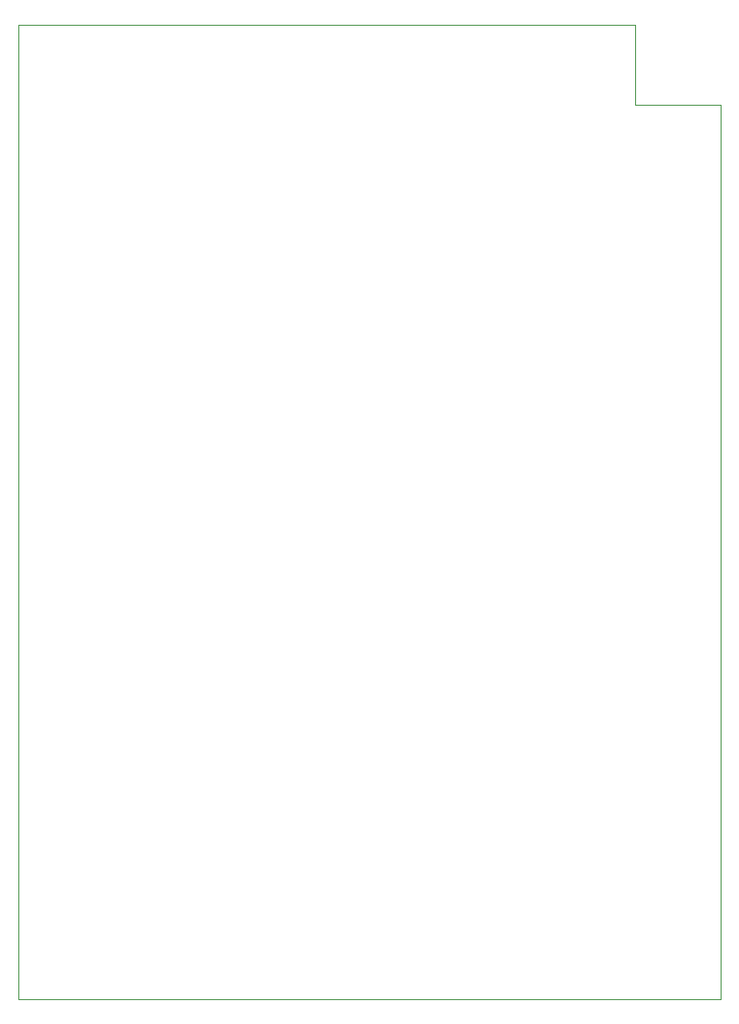
<source format=gbr>
%TF.GenerationSoftware,KiCad,Pcbnew,7.0.8*%
%TF.CreationDate,2023-11-07T10:44:17+02:00*%
%TF.ProjectId,Shield,53686965-6c64-42e6-9b69-6361645f7063,rev?*%
%TF.SameCoordinates,Original*%
%TF.FileFunction,Profile,NP*%
%FSLAX46Y46*%
G04 Gerber Fmt 4.6, Leading zero omitted, Abs format (unit mm)*
G04 Created by KiCad (PCBNEW 7.0.8) date 2023-11-07 10:44:17*
%MOMM*%
%LPD*%
G01*
G04 APERTURE LIST*
%TA.AperFunction,Profile*%
%ADD10C,0.100000*%
%TD*%
G04 APERTURE END LIST*
D10*
X134907800Y-67612200D02*
X142807200Y-67612200D01*
X78088000Y-60271600D02*
X134907800Y-60271600D01*
X142807200Y-67612200D02*
X142807200Y-149984400D01*
X134907800Y-60271600D02*
X134907800Y-67612200D01*
X78088000Y-60271600D02*
X78088000Y-149984400D01*
X78088000Y-149984400D02*
X142807200Y-149984400D01*
M02*

</source>
